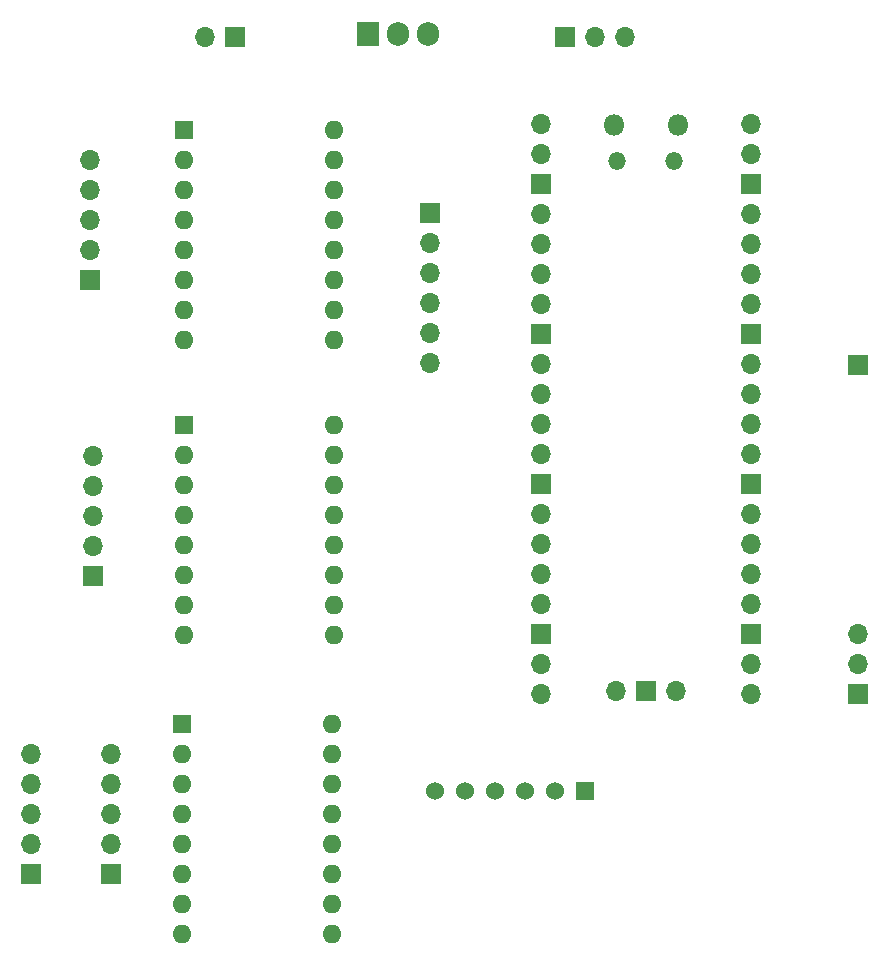
<source format=gbr>
%TF.GenerationSoftware,KiCad,Pcbnew,7.0.1*%
%TF.CreationDate,2024-01-22T18:52:22+01:00*%
%TF.ProjectId,Automatic_sampler_logic,4175746f-6d61-4746-9963-5f73616d706c,rev?*%
%TF.SameCoordinates,Original*%
%TF.FileFunction,Soldermask,Bot*%
%TF.FilePolarity,Negative*%
%FSLAX46Y46*%
G04 Gerber Fmt 4.6, Leading zero omitted, Abs format (unit mm)*
G04 Created by KiCad (PCBNEW 7.0.1) date 2024-01-22 18:52:22*
%MOMM*%
%LPD*%
G01*
G04 APERTURE LIST*
%ADD10R,1.905000X2.000000*%
%ADD11O,1.905000X2.000000*%
%ADD12R,1.600000X1.600000*%
%ADD13O,1.600000X1.600000*%
%ADD14R,1.700000X1.700000*%
%ADD15O,1.700000X1.700000*%
%ADD16R,1.524000X1.524000*%
%ADD17C,1.524000*%
%ADD18O,1.800000X1.800000*%
%ADD19O,1.500000X1.500000*%
G04 APERTURE END LIST*
D10*
%TO.C,U5*%
X133950000Y-54660000D03*
D11*
X136490000Y-54660000D03*
X139030000Y-54660000D03*
%TD*%
D12*
%TO.C,A2*%
X118250000Y-113020000D03*
D13*
X118250000Y-115560000D03*
X118250000Y-118100000D03*
X118250000Y-120640000D03*
X118250000Y-123180000D03*
X118250000Y-125720000D03*
X118250000Y-128260000D03*
X118250000Y-130800000D03*
X130950000Y-130800000D03*
X130950000Y-128260000D03*
X130950000Y-125720000D03*
X130950000Y-123180000D03*
X130950000Y-120640000D03*
X130950000Y-118100000D03*
X130950000Y-115560000D03*
X130950000Y-113020000D03*
%TD*%
D14*
%TO.C,J6*%
X139225000Y-69835000D03*
D15*
X139225000Y-72375000D03*
X139225000Y-74915000D03*
X139225000Y-77455000D03*
X139225000Y-79995000D03*
X139225000Y-82535000D03*
%TD*%
D14*
%TO.C,J1*%
X105450000Y-125780000D03*
D15*
X105450000Y-123240000D03*
X105450000Y-120700000D03*
X105450000Y-118160000D03*
X105450000Y-115620000D03*
%TD*%
D14*
%TO.C,J4*%
X122700000Y-54910000D03*
D15*
X120160000Y-54910000D03*
%TD*%
D14*
%TO.C,J8*%
X175450000Y-82660000D03*
%TD*%
%TO.C,J7*%
X150610000Y-54910000D03*
D15*
X153150000Y-54910000D03*
X155690000Y-54910000D03*
%TD*%
D16*
%TO.C,A1*%
X152300000Y-118710000D03*
D17*
X149760000Y-118710000D03*
X147220000Y-118710000D03*
X144680000Y-118710000D03*
X142140000Y-118710000D03*
X139600000Y-118710000D03*
%TD*%
D14*
%TO.C,J2*%
X110700000Y-100490000D03*
D15*
X110700000Y-97950000D03*
X110700000Y-95410000D03*
X110700000Y-92870000D03*
X110700000Y-90330000D03*
%TD*%
D14*
%TO.C,J9*%
X112200000Y-125780000D03*
D15*
X112200000Y-123240000D03*
X112200000Y-120700000D03*
X112200000Y-118160000D03*
X112200000Y-115620000D03*
%TD*%
D14*
%TO.C,J5*%
X175450000Y-110490000D03*
D15*
X175450000Y-107950000D03*
X175450000Y-105410000D03*
%TD*%
D18*
%TO.C,U4*%
X154750000Y-62380000D03*
D19*
X155050000Y-65410000D03*
X159900000Y-65410000D03*
D18*
X160200000Y-62380000D03*
D15*
X148585000Y-62250000D03*
X148585000Y-64790000D03*
D14*
X148585000Y-67330000D03*
D15*
X148585000Y-69870000D03*
X148585000Y-72410000D03*
X148585000Y-74950000D03*
X148585000Y-77490000D03*
D14*
X148585000Y-80030000D03*
D15*
X148585000Y-82570000D03*
X148585000Y-85110000D03*
X148585000Y-87650000D03*
X148585000Y-90190000D03*
D14*
X148585000Y-92730000D03*
D15*
X148585000Y-95270000D03*
X148585000Y-97810000D03*
X148585000Y-100350000D03*
X148585000Y-102890000D03*
D14*
X148585000Y-105430000D03*
D15*
X148585000Y-107970000D03*
X148585000Y-110510000D03*
X166365000Y-110510000D03*
X166365000Y-107970000D03*
D14*
X166365000Y-105430000D03*
D15*
X166365000Y-102890000D03*
X166365000Y-100350000D03*
X166365000Y-97810000D03*
X166365000Y-95270000D03*
D14*
X166365000Y-92730000D03*
D15*
X166365000Y-90190000D03*
X166365000Y-87650000D03*
X166365000Y-85110000D03*
X166365000Y-82570000D03*
D14*
X166365000Y-80030000D03*
D15*
X166365000Y-77490000D03*
X166365000Y-74950000D03*
X166365000Y-72410000D03*
X166365000Y-69870000D03*
D14*
X166365000Y-67330000D03*
D15*
X166365000Y-64790000D03*
X166365000Y-62250000D03*
X154935000Y-110280000D03*
D14*
X157475000Y-110280000D03*
D15*
X160015000Y-110280000D03*
%TD*%
D12*
%TO.C,A4*%
X118360000Y-62770000D03*
D13*
X118360000Y-65310000D03*
X118360000Y-67850000D03*
X118360000Y-70390000D03*
X118360000Y-72930000D03*
X118360000Y-75470000D03*
X118360000Y-78010000D03*
X118360000Y-80550000D03*
X131060000Y-80550000D03*
X131060000Y-78010000D03*
X131060000Y-75470000D03*
X131060000Y-72930000D03*
X131060000Y-70390000D03*
X131060000Y-67850000D03*
X131060000Y-65310000D03*
X131060000Y-62770000D03*
%TD*%
D12*
%TO.C,A3*%
X118360000Y-87770000D03*
D13*
X118360000Y-90310000D03*
X118360000Y-92850000D03*
X118360000Y-95390000D03*
X118360000Y-97930000D03*
X118360000Y-100470000D03*
X118360000Y-103010000D03*
X118360000Y-105550000D03*
X131060000Y-105550000D03*
X131060000Y-103010000D03*
X131060000Y-100470000D03*
X131060000Y-97930000D03*
X131060000Y-95390000D03*
X131060000Y-92850000D03*
X131060000Y-90310000D03*
X131060000Y-87770000D03*
%TD*%
D14*
%TO.C,J3*%
X110450000Y-75490000D03*
D15*
X110450000Y-72950000D03*
X110450000Y-70410000D03*
X110450000Y-67870000D03*
X110450000Y-65330000D03*
%TD*%
M02*

</source>
